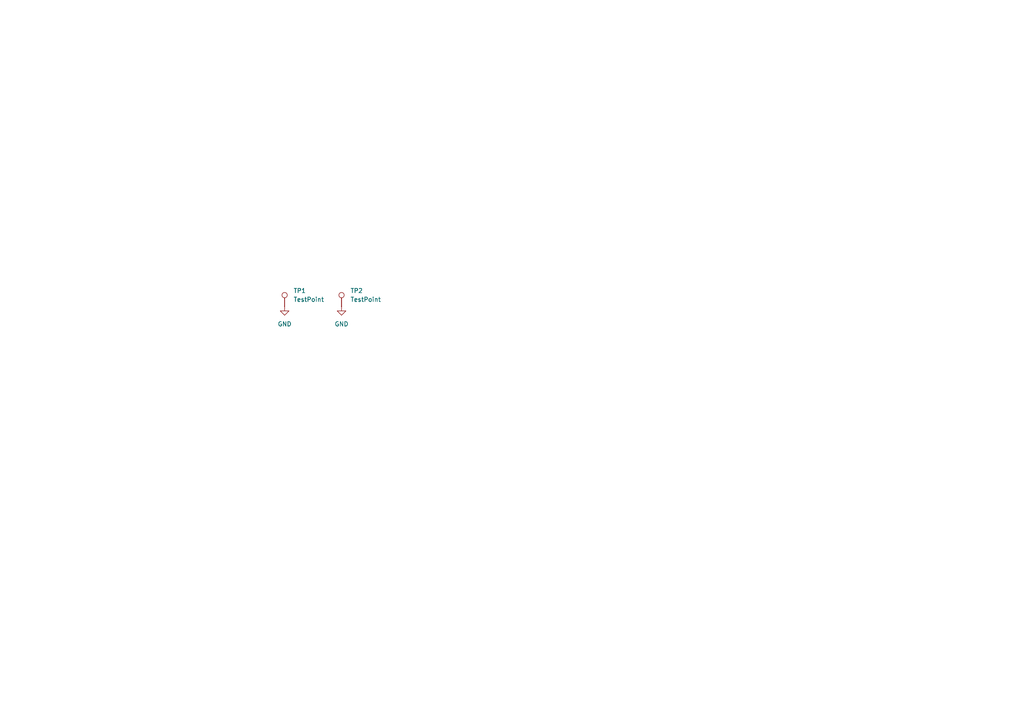
<source format=kicad_sch>
(kicad_sch (version 20231120) (generator "eeschema") (generator_version "8.0")
  (paper "A4")
  (lib_symbols
    (symbol "Connector:TestPoint" (pin_numbers hide) (pin_names (offset 0.762) hide)
      (property "Reference" "TP" (at 0 6.858 0))
      (property "Value" "TestPoint" (at 0 5.08 0))
      (symbol "TestPoint_0_1"
        (circle (center 0 3.302) (radius 0.762))
      )
      (symbol "TestPoint_1_1"
        (pin passive line (at 0 0 90) (length 2.54) (name "1") (number "1"))
      )
    )
    (symbol "power:GND" (power) (pin_numbers hide) (pin_names (offset 0) hide)
      (property "Value" "GND" (at 0 -3.81 0))
      (symbol "GND_0_1"
        (polyline (pts (xy 0 0) (xy 0 -1.27) (xy 1.27 -1.27) (xy 0 -2.54) (xy -1.27 -1.27) (xy 0 -1.27)))
      )
      (symbol "GND_1_1"
        (pin power_in line (at 0 0 270) (length 0) (name "~") (number "1"))
      )
    )
  )
  (symbol (lib_id "Connector:TestPoint") (at 82.55 88.9 0) (unit 1)
    (property "Reference" "TP1" (at 85.09 84.328 0) (effects (justify left)))
    (property "Value" "TestPoint" (at 85.09 86.868 0) (effects (justify left)))
    (property "Description" "test point" (effects (hide yes)))
  )
  (symbol (lib_id "power:GND") (at 82.55 88.9 0) (unit 1)
    (property "Reference" "#PWR01" (effects (hide yes)))
    (property "Value" "GND" (at 82.55 93.98 0))
    (property "Description" "Power symbol creates a global label with name \"GND\" , ground" (effects (hide yes)))
  )
  (symbol (lib_id "Connector:TestPoint") (at 99.06 88.9 0) (unit 1)
    (property "Reference" "TP2" (at 101.6 84.328 0) (effects (justify left)))
    (property "Value" "TestPoint" (at 101.6 86.868 0) (effects (justify left)))
    (property "Description" "test point" (effects (hide yes)))
  )
  (symbol (lib_id "power:GND") (at 99.06 88.9 0) (unit 1)
    (property "Reference" "#PWR02" (effects (hide yes)))
    (property "Value" "GND" (at 99.06 93.98 0))
    (property "Description" "Power symbol creates a global label with name \"GND\" , ground" (effects (hide yes)))
  )
)
</source>
